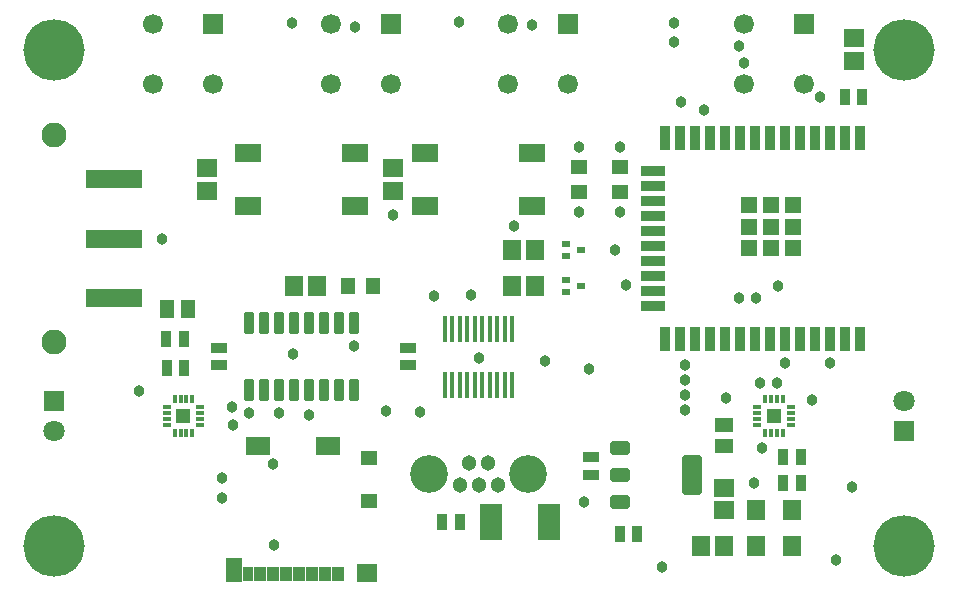
<source format=gts>
G04*
G04 #@! TF.GenerationSoftware,Altium Limited,Altium Designer,21.8.1 (53)*
G04*
G04 Layer_Color=8388736*
%FSLAX25Y25*%
%MOIN*%
G70*
G04*
G04 #@! TF.SameCoordinates,79EC032F-631B-404A-8042-777835F6C2BC*
G04*
G04*
G04 #@! TF.FilePolarity,Negative*
G04*
G01*
G75*
%ADD18R,0.03740X0.05315*%
%ADD25R,0.05315X0.03740*%
%ADD27R,0.07700X0.12400*%
%ADD30R,0.04842X0.04842*%
%ADD31R,0.01181X0.03150*%
%ADD32R,0.03150X0.01181*%
G04:AMPARAMS|DCode=35|XSize=88.58mil|YSize=15.75mil|CornerRadius=7.87mil|HoleSize=0mil|Usage=FLASHONLY|Rotation=270.000|XOffset=0mil|YOffset=0mil|HoleType=Round|Shape=RoundedRectangle|*
%AMROUNDEDRECTD35*
21,1,0.08858,0.00000,0,0,270.0*
21,1,0.07284,0.01575,0,0,270.0*
1,1,0.01575,0.00000,-0.03642*
1,1,0.01575,0.00000,0.03642*
1,1,0.01575,0.00000,0.03642*
1,1,0.01575,0.00000,-0.03642*
%
%ADD35ROUNDEDRECTD35*%
%ADD43R,0.05236X0.05236*%
%ADD44R,0.07874X0.03543*%
%ADD45R,0.03543X0.07874*%
%ADD46R,0.06902X0.06312*%
%ADD47R,0.04737X0.06115*%
%ADD48R,0.06115X0.04737*%
%ADD49R,0.05524X0.05131*%
%ADD50R,0.02800X0.02202*%
%ADD51R,0.06312X0.06902*%
%ADD52R,0.05131X0.05524*%
%ADD53R,0.06312X0.06706*%
G04:AMPARAMS|DCode=54|XSize=132.02mil|YSize=65.09mil|CornerRadius=6mil|HoleSize=0mil|Usage=FLASHONLY|Rotation=90.000|XOffset=0mil|YOffset=0mil|HoleType=Round|Shape=RoundedRectangle|*
%AMROUNDEDRECTD54*
21,1,0.13202,0.05309,0,0,90.0*
21,1,0.12002,0.06509,0,0,90.0*
1,1,0.01200,0.02655,0.06001*
1,1,0.01200,0.02655,-0.06001*
1,1,0.01200,-0.02655,-0.06001*
1,1,0.01200,-0.02655,0.06001*
%
%ADD54ROUNDEDRECTD54*%
G04:AMPARAMS|DCode=55|XSize=43.43mil|YSize=65.09mil|CornerRadius=5.95mil|HoleSize=0mil|Usage=FLASHONLY|Rotation=90.000|XOffset=0mil|YOffset=0mil|HoleType=Round|Shape=RoundedRectangle|*
%AMROUNDEDRECTD55*
21,1,0.04343,0.05319,0,0,90.0*
21,1,0.03154,0.06509,0,0,90.0*
1,1,0.01190,0.02659,0.01577*
1,1,0.01190,0.02659,-0.01577*
1,1,0.01190,-0.02659,-0.01577*
1,1,0.01190,-0.02659,0.01577*
%
%ADD55ROUNDEDRECTD55*%
%ADD56R,0.09068X0.06312*%
G04:AMPARAMS|DCode=57|XSize=33.59mil|YSize=72.96mil|CornerRadius=5.92mil|HoleSize=0mil|Usage=FLASHONLY|Rotation=180.000|XOffset=0mil|YOffset=0mil|HoleType=Round|Shape=RoundedRectangle|*
%AMROUNDEDRECTD57*
21,1,0.03359,0.06112,0,0,180.0*
21,1,0.02175,0.07296,0,0,180.0*
1,1,0.01184,-0.01088,0.03056*
1,1,0.01184,0.01088,0.03056*
1,1,0.01184,0.01088,-0.03056*
1,1,0.01184,-0.01088,-0.03056*
%
%ADD57ROUNDEDRECTD57*%
%ADD58R,0.08280X0.06115*%
%ADD59R,0.05524X0.04737*%
%ADD60R,0.06902X0.06115*%
%ADD61R,0.04147X0.05131*%
%ADD62R,0.03753X0.05131*%
%ADD63R,0.05406X0.07887*%
%ADD64R,0.18517X0.06312*%
%ADD65C,0.06662*%
%ADD66R,0.06662X0.06662*%
%ADD67C,0.05131*%
%ADD68C,0.12611*%
%ADD69C,0.08280*%
%ADD70C,0.07099*%
%ADD71R,0.07099X0.07099*%
%ADD72C,0.20485*%
%ADD73C,0.03800*%
D18*
X285335Y165354D02*
D03*
X279429D02*
D03*
X59252Y84646D02*
D03*
X53347D02*
D03*
X59350Y74803D02*
D03*
X53445D02*
D03*
X264862Y36614D02*
D03*
X258957D02*
D03*
X264862Y45276D02*
D03*
X258957D02*
D03*
X210335Y19685D02*
D03*
X204429D02*
D03*
X145276Y23622D02*
D03*
X151181D02*
D03*
D25*
X70866Y81693D02*
D03*
Y75787D02*
D03*
X194882Y45276D02*
D03*
Y39370D02*
D03*
X133858Y81693D02*
D03*
Y75787D02*
D03*
D27*
X180910Y23622D02*
D03*
X161610D02*
D03*
D30*
X255906Y59055D02*
D03*
X59055D02*
D03*
D31*
X252953Y64665D02*
D03*
X254921D02*
D03*
X256890D02*
D03*
X258858D02*
D03*
Y53445D02*
D03*
X256890D02*
D03*
X254921D02*
D03*
X252953D02*
D03*
X62008D02*
D03*
X60039D02*
D03*
X58071D02*
D03*
X56102D02*
D03*
Y64665D02*
D03*
X58071D02*
D03*
X60039D02*
D03*
X62008D02*
D03*
D32*
X261516Y62008D02*
D03*
Y60039D02*
D03*
Y58071D02*
D03*
Y56102D02*
D03*
X250295D02*
D03*
Y58071D02*
D03*
Y60039D02*
D03*
Y62008D02*
D03*
X53445Y56102D02*
D03*
Y58071D02*
D03*
Y60039D02*
D03*
Y62008D02*
D03*
X64665D02*
D03*
Y60039D02*
D03*
Y58071D02*
D03*
Y56102D02*
D03*
D35*
X168730Y69390D02*
D03*
X166230D02*
D03*
X163730D02*
D03*
X161230D02*
D03*
X158730D02*
D03*
X156230D02*
D03*
X153730D02*
D03*
X151230D02*
D03*
X148730D02*
D03*
X146230D02*
D03*
Y88090D02*
D03*
X148730D02*
D03*
X151230D02*
D03*
X153730D02*
D03*
X156230D02*
D03*
X158730D02*
D03*
X161230D02*
D03*
X163730D02*
D03*
X166230D02*
D03*
X168730D02*
D03*
D43*
X247736Y114823D02*
D03*
Y122047D02*
D03*
Y129272D02*
D03*
X254961Y114823D02*
D03*
Y122047D02*
D03*
Y129272D02*
D03*
X262185Y114823D02*
D03*
Y122047D02*
D03*
Y129272D02*
D03*
D44*
X215551Y95610D02*
D03*
Y100610D02*
D03*
Y105610D02*
D03*
Y110610D02*
D03*
Y115610D02*
D03*
Y120610D02*
D03*
Y125610D02*
D03*
Y130610D02*
D03*
Y135610D02*
D03*
Y140610D02*
D03*
D45*
X284488Y84646D02*
D03*
X279488D02*
D03*
X274488D02*
D03*
X269488D02*
D03*
X264488D02*
D03*
X259488D02*
D03*
X254488D02*
D03*
X249488D02*
D03*
X244488D02*
D03*
X239488D02*
D03*
X234488D02*
D03*
X229488D02*
D03*
X224488D02*
D03*
X219488D02*
D03*
Y151575D02*
D03*
X224488D02*
D03*
X229488D02*
D03*
X234488D02*
D03*
X239488D02*
D03*
X244488D02*
D03*
X249488D02*
D03*
X254488D02*
D03*
X259488D02*
D03*
X264488D02*
D03*
X269488D02*
D03*
X274488D02*
D03*
X279488D02*
D03*
X284488D02*
D03*
D46*
X282480Y184843D02*
D03*
Y177362D02*
D03*
X128937Y141535D02*
D03*
Y134055D02*
D03*
X66929Y141535D02*
D03*
Y134055D02*
D03*
X239173Y27559D02*
D03*
Y35039D02*
D03*
D47*
X60630Y94488D02*
D03*
X53543D02*
D03*
D48*
X239173Y56102D02*
D03*
Y49016D02*
D03*
D49*
X204724Y141929D02*
D03*
Y133661D02*
D03*
X190945Y141929D02*
D03*
Y133661D02*
D03*
D50*
X191526Y102362D02*
D03*
X186427Y100394D02*
D03*
Y104331D02*
D03*
X191526Y114173D02*
D03*
X186427Y112205D02*
D03*
Y116142D02*
D03*
D51*
X103405Y102362D02*
D03*
X95925D02*
D03*
X176181Y114173D02*
D03*
X168701D02*
D03*
X176181Y102362D02*
D03*
X168701D02*
D03*
X239173Y15748D02*
D03*
X231693D02*
D03*
D52*
X122244Y102362D02*
D03*
X113976D02*
D03*
D53*
X261811Y15748D02*
D03*
X250000D02*
D03*
X261811Y27559D02*
D03*
X250000D02*
D03*
D54*
X228642Y39370D02*
D03*
D55*
X204429Y30315D02*
D03*
Y39370D02*
D03*
Y48425D02*
D03*
D56*
X139567Y128937D02*
D03*
X175394D02*
D03*
X139567Y146653D02*
D03*
X175394D02*
D03*
X80512Y128937D02*
D03*
X116339D02*
D03*
X80512Y146653D02*
D03*
X116339D02*
D03*
D57*
X115925Y89862D02*
D03*
X110925D02*
D03*
X105925D02*
D03*
X100925D02*
D03*
X95925D02*
D03*
X90925D02*
D03*
X85925D02*
D03*
X80925D02*
D03*
X115925Y67618D02*
D03*
X110925D02*
D03*
X105925D02*
D03*
X100925D02*
D03*
X95925D02*
D03*
X90925D02*
D03*
X85925D02*
D03*
X80925D02*
D03*
D58*
X83770Y48868D02*
D03*
X107274D02*
D03*
D59*
X121053Y30463D02*
D03*
Y45030D02*
D03*
D60*
X120364Y6742D02*
D03*
D61*
X110679Y6250D02*
D03*
X106348D02*
D03*
X102018D02*
D03*
X97687D02*
D03*
X93356D02*
D03*
X89026D02*
D03*
X84695D02*
D03*
D62*
X80561D02*
D03*
D63*
X75797Y7628D02*
D03*
D64*
X36024Y98425D02*
D03*
Y137795D02*
D03*
Y118110D02*
D03*
D65*
X49055Y169563D02*
D03*
X69055D02*
D03*
X49055Y189563D02*
D03*
X167165Y169563D02*
D03*
X187165D02*
D03*
X167165Y189563D02*
D03*
X108110Y169563D02*
D03*
X128110D02*
D03*
X108110Y189563D02*
D03*
X245905Y169563D02*
D03*
X265905D02*
D03*
X245905Y189563D02*
D03*
D66*
X69055D02*
D03*
X187165D02*
D03*
X128110D02*
D03*
X265905D02*
D03*
D67*
X160630Y43425D02*
D03*
X154331D02*
D03*
X163779Y35945D02*
D03*
X157480D02*
D03*
X151181D02*
D03*
D68*
X174016Y39488D02*
D03*
X140945D02*
D03*
D69*
X15748Y152756D02*
D03*
Y83465D02*
D03*
D70*
X15748Y54055D02*
D03*
X299213Y64055D02*
D03*
D71*
X15748D02*
D03*
X299213Y54055D02*
D03*
D72*
Y181102D02*
D03*
X15748D02*
D03*
X299213Y15748D02*
D03*
X15748D02*
D03*
D73*
X271299Y165354D02*
D03*
X89075Y15846D02*
D03*
X75394Y62106D02*
D03*
X281988Y35335D02*
D03*
X268504Y64370D02*
D03*
X276575Y11024D02*
D03*
X90945Y59842D02*
D03*
X81004Y59941D02*
D03*
X128937Y125925D02*
D03*
X51870Y118110D02*
D03*
X251969Y48425D02*
D03*
X274488Y76516D02*
D03*
X155020Y99410D02*
D03*
X44390Y67126D02*
D03*
X192421Y30315D02*
D03*
X71850Y31496D02*
D03*
Y38386D02*
D03*
X126575Y60728D02*
D03*
X75590Y56102D02*
D03*
X142618Y99114D02*
D03*
X249311Y36614D02*
D03*
X218602Y8465D02*
D03*
X239961Y64862D02*
D03*
X224803Y163484D02*
D03*
X232677Y160827D02*
D03*
X95177Y190059D02*
D03*
X116339Y188681D02*
D03*
X150984Y190354D02*
D03*
X175098Y189272D02*
D03*
X222441Y190059D02*
D03*
X222539Y183465D02*
D03*
X244193Y182283D02*
D03*
X245866Y176476D02*
D03*
X190945Y148524D02*
D03*
X204724Y148524D02*
D03*
X169390Y122441D02*
D03*
X190945Y126870D02*
D03*
X204724Y126870D02*
D03*
X179528Y77362D02*
D03*
X251378Y69882D02*
D03*
X256890D02*
D03*
X259488Y76516D02*
D03*
X244094Y98425D02*
D03*
X250000D02*
D03*
X257087Y102264D02*
D03*
X206693Y102461D02*
D03*
X202953Y114173D02*
D03*
X194193Y74705D02*
D03*
X115945Y82185D02*
D03*
X95571Y79626D02*
D03*
X88878Y43012D02*
D03*
X100925Y59390D02*
D03*
X137894Y60433D02*
D03*
X226378Y60925D02*
D03*
Y70965D02*
D03*
Y65847D02*
D03*
Y75886D02*
D03*
X157677Y78248D02*
D03*
M02*

</source>
